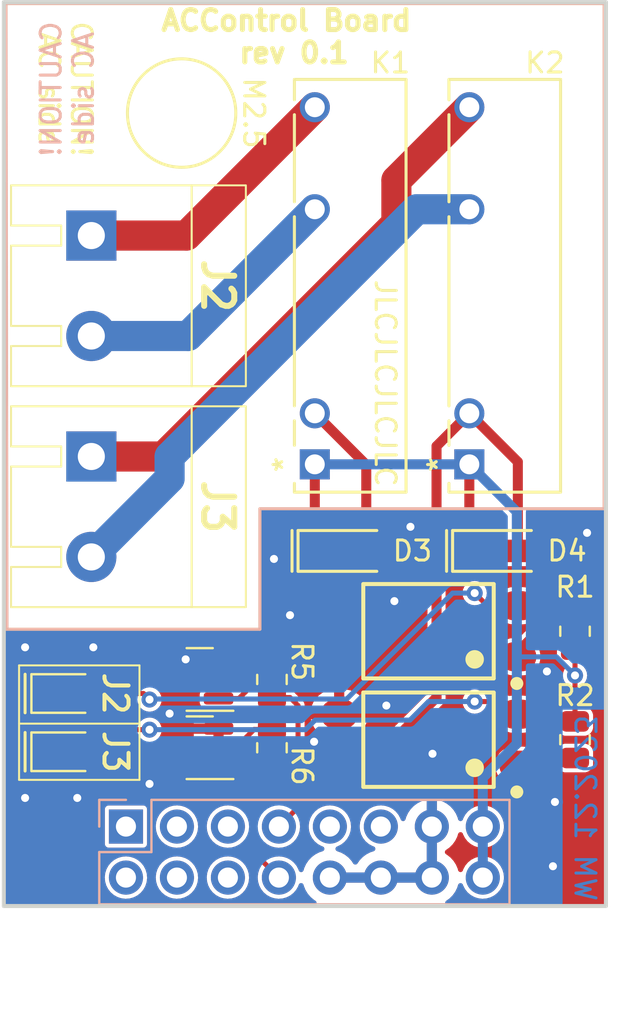
<source format=kicad_pcb>
(kicad_pcb (version 20211014) (generator pcbnew)
  (layers (0 "F.Cu" signal) (31 "B.Cu" signal) (34 "B.Paste" user) (35 "F.Paste" user) (36 "B.SilkS" user "B.Silkscreen") (37 "F.SilkS" user "F.Silkscreen") (38 "B.Mask" user) (39 "F.Mask" user) (44 "Edge.Cuts" user))
  (net 0 "")
  (net 1 "/GPIO13")
  (net 2 "/GPIO12")
  (net 3 "/GPIO5")
  (net 4 "/GPIO4")
  (net 5 "/GPIO15")
  (net 6 "/GPIO14")
  (net 7 "/GPIO3")
  (net 8 "/GPIO2")
  (net 9 "+3V3_ED")
  (net 10 "GND")
  (net 11 "+5V_ED")
  (net 12 "+12V_FILT")
  (net 13 "/AC1")
  (net 14 "/AC2")
  (net 15 "Net-(D1-Pad1)")
  (net 16 "Net-(D2-Pad1)")
  (net 17 "/AC3")
  (net 18 "/AC4")
  (net 19 "Net-(Q1-Pad1)")
  (net 20 "Net-(Q2-Pad1)")
  (net 21 "Net-(U1-Pad4)")
  (net 22 "Net-(U2-Pad4)")
  (net 23 "Net-(U1-Pad1)")
  (net 24 "Net-(U2-Pad1)")
  (net 25 "Net-(U1-Pad2)")
  (net 26 "Net-(U2-Pad2)")
  (footprint "Resistor_SMD:R_0805_2012Metric" (layer "F.Cu") (at 133.5 111.3 90)
    (fp_text reference "R1" (at 2.2 0 180) (layer "F.SilkS"))
    (fp_text value "200R")
    (fp_line (start -0.227064 0.735) (end 0.227064 0.735) (layer "F.SilkS") (width 0.12))
    (fp_line (start -0.227064 -0.735) (end 0.227064 -0.735) (layer "F.SilkS") (width 0.12))
    (pad "1" smd roundrect (at -0.9125 0 90) (size 1.025 1.4) (layers "F.Cu" "F.Paste" "F.Mask") (roundrect_rratio 0.243902439) (net 12 "+12V_FILT"))
    (pad "2" smd roundrect (at 0.9125 0 90) (size 1.025 1.4) (layers "F.Cu" "F.Paste" "F.Mask") (roundrect_rratio 0.243902439) (net 23 "Net-(U1-Pad1)"))
  )
  (footprint "AZ921-1A-5DE:SIP4_AZ921_AMZ" (layer "F.Cu") (at 128.2347 102.99 90)
    (fp_text reference "K2" (at 19.99 3.7653 unlocked) (layer "F.SilkS"))
    (fp_text value "AZ921-1A-12DE")
    (fp_text user "*" (at -0.01 -1.5347 90 unlocked) (layer "F.SilkS"))
    (fp_text user "*" (at -0.01 -1.5347 90) (layer "F.SilkS"))
    (fp_line (start -1.3843 -1.016) (end -1.3843 4.5466) (layer "F.SilkS") (width 0.1524))
    (fp_line (start 19.1643 -1.016) (end 18.152229 -1.016) (layer "F.SilkS") (width 0.1524))
    (fp_line (start 2.167771 -1.016) (end 0.948265 -1.016) (layer "F.SilkS") (width 0.1524))
    (fp_line (start -1.3843 4.5466) (end 19.1643 4.5466) (layer "F.SilkS") (width 0.1524))
    (fp_line (start 17.407771 -1.016) (end 13.072229 -1.016) (layer "F.SilkS") (width 0.1524))
    (fp_line (start 12.327771 -1.016) (end 2.912229 -1.016) (layer "F.SilkS") (width 0.1524))
    (fp_line (start -0.948265 -1.016) (end -1.3843 -1.016) (layer "F.SilkS") (width 0.1524))
    (fp_line (start 19.1643 4.5466) (end 19.1643 -1.016) (layer "F.SilkS") (width 0.1524))
    (pad "1" thru_hole rect (at 0 0 90) (size 1.4986 1.4986) (drill 0.9906) (layers *.Cu *.Mask) (net 12 "+12V_FILT"))
    (pad "2" thru_hole circle (at 2.54 0 90) (size 1.4986 1.4986) (drill 0.9906) (layers *.Cu *.Mask) (net 22 "Net-(U2-Pad4)"))
    (pad "3" thru_hole circle (at 12.7 0 90) (size 1.4986 1.4986) (drill 0.9906) (layers *.Cu *.Mask) (net 18 "/AC4"))
    (pad "4" thru_hole circle (at 17.78 0 90) (size 1.4986 1.4986) (drill 0.9906) (layers *.Cu *.Mask) (net 17 "/AC3"))
  )
  (footprint "Resistor_SMD:R_0805_2012Metric" (layer "F.Cu") (at 133.5 116.7 -90)
    (fp_text reference "R2" (at -2.2 0) (layer "F.SilkS"))
    (fp_text value "200R")
    (fp_line (start -0.227064 0.735) (end 0.227064 0.735) (layer "F.SilkS") (width 0.12))
    (fp_line (start -0.227064 -0.735) (end 0.227064 -0.735) (layer "F.SilkS") (width 0.12))
    (pad "1" smd roundrect (at -0.9125 0 270) (size 1.025 1.4) (layers "F.Cu" "F.Paste" "F.Mask") (roundrect_rratio 0.243902439) (net 12 "+12V_FILT"))
    (pad "2" smd roundrect (at 0.9125 0 270) (size 1.025 1.4) (layers "F.Cu" "F.Paste" "F.Mask") (roundrect_rratio 0.243902439) (net 24 "Net-(U2-Pad1)"))
  )
  (footprint "Package_TO_SOT_SMD:SOT-23" (layer "F.Cu") (at 114.8 113.7 180)
    (fp_text reference "Q1" hide)
    (fp_text value "BC848")
    (fp_line (start 0 1.56) (end 0.65 1.56) (layer "F.SilkS") (width 0.12))
    (fp_line (start 0 -1.56) (end -1.675 -1.56) (layer "F.SilkS") (width 0.12))
    (fp_line (start 0 -1.56) (end 0.65 -1.56) (layer "F.SilkS") (width 0.12))
    (fp_line (start 0 1.56) (end -0.65 1.56) (layer "F.SilkS") (width 0.12))
    (pad "1" smd roundrect (at -0.9375 -0.95 180) (size 1.475 0.6) (layers "F.Cu" "F.Paste" "F.Mask") (net 19 "Net-(Q1-Pad1)"))
    (pad "2" smd roundrect (at -0.9375 0.95 180) (size 1.475 0.6) (layers "F.Cu" "F.Paste" "F.Mask") (net 10 "GND"))
    (pad "3" smd roundrect (at 0.9375 0 180) (size 1.475 0.6) (layers "F.Cu" "F.Paste" "F.Mask") (net 15 "Net-(D1-Pad1)"))
  )
  (footprint "Resistor_SMD:R_0805_2012Metric" (layer "F.Cu") (at 118.4 117.1 90)
    (fp_text reference "R6" (at -0.9 1.5 270 unlocked) (layer "F.SilkS"))
    (fp_text value "1K(1%)")
    (fp_line (start -0.227064 0.735) (end 0.227064 0.735) (layer "F.SilkS") (width 0.12))
    (fp_line (start -0.227064 -0.735) (end 0.227064 -0.735) (layer "F.SilkS") (width 0.12))
    (pad "1" smd roundrect (at -0.9125 0 90) (size 1.025 1.4) (layers "F.Cu" "F.Paste" "F.Mask") (roundrect_rratio 0.243902439) (net 8 "/GPIO2"))
    (pad "2" smd roundrect (at 0.9125 0 90) (size 1.025 1.4) (layers "F.Cu" "F.Paste" "F.Mask") (roundrect_rratio 0.243902439) (net 20 "Net-(Q2-Pad1)"))
  )
  (footprint "LED_SMD:LED_0805_2012Metric" (layer "F.Cu") (at 108.1 117.3)
    (fp_text reference "D2" hide)
    (fp_text value "K2 RED")
    (fp_line (start -1.685 0.96) (end 1 0.96) (layer "F.SilkS") (width 0.12))
    (fp_line (start 1 -0.96) (end -1.685 -0.96) (layer "F.SilkS") (width 0.12))
    (fp_line (start -1.685 -0.96) (end -1.685 0.96) (layer "F.SilkS") (width 0.12))
    (pad "1" smd roundrect (at -0.9375 0) (size 0.975 1.4) (layers "F.Cu" "F.Paste" "F.Mask") (net 16 "Net-(D2-Pad1)"))
    (pad "2" smd roundrect (at 0.9375 0) (size 0.975 1.4) (layers "F.Cu" "F.Paste" "F.Mask") (net 26 "Net-(U2-Pad2)"))
  )
  (footprint "DFLU1200-7:DIODE_DFLU1200_1P93X3_DIO" (layer "F.Cu") (at 129.8 107.3)
    (fp_text reference "D4" (at 3.3 0 unlocked) (layer "F.SilkS"))
    (fp_text value "DFLU1200-7")
    (fp_line (start -2.4 1.016) (end 1.524 1.016) (layer "F.SilkS") (width 0.1524))
    (fp_line (start -2.4 -1.016) (end -2.4 1.016) (layer "F.SilkS") (width 0.1524))
    (fp_line (start 1.524 -1.016) (end -2.4 -1.016) (layer "F.SilkS") (width 0.1524))
    (pad "1" smd rect (at -1.5367 0) (size 1.2446 1.2446) (layers "F.Cu" "F.Paste" "F.Mask") (net 12 "+12V_FILT"))
    (pad "2" smd rect (at 0.8509 0) (size 2.6162 1.1176) (layers "F.Cu" "F.Paste" "F.Mask") (net 22 "Net-(U2-Pad4)"))
    (zone (net 0) (net_name "") (layer "F.Cu") (connect_pads (clearance 0)) (min_thickness 0.254)
      (keepout (tracks not_allowed) (vias not_allowed) (pads allowed) (copperpour not_allowed) (footprints allowed))
      (fill (thermal_gap 0.508) (thermal_bridge_width 0.508))
      (polygon (pts (xy 128.9364 106.4618) (xy 129.292 106.4618) (xy 129.292 108.1382) (xy 128.9364 108.1382)))
    )
  )
  (footprint "LED_SMD:LED_0805_2012Metric" (layer "F.Cu") (at 108.1 114.4)
    (fp_text reference "D1" hide)
    (fp_text value "K1 RED")
    (fp_line (start -1.685 -0.96) (end -1.685 0.96) (layer "F.SilkS") (width 0.12))
    (fp_line (start -1.685 0.96) (end 1 0.96) (layer "F.SilkS") (width 0.12))
    (fp_line (start 1 -0.96) (end -1.685 -0.96) (layer "F.SilkS") (width 0.12))
    (pad "1" smd roundrect (at -0.9375 0) (size 0.975 1.4) (layers "F.Cu" "F.Paste" "F.Mask") (net 15 "Net-(D1-Pad1)"))
    (pad "2" smd roundrect (at 0.9375 0) (size 0.975 1.4) (layers "F.Cu" "F.Paste" "F.Mask") (net 25 "Net-(U1-Pad2)"))
  )
  (footprint "Resistor_SMD:R_0805_2012Metric" (layer "F.Cu") (at 118.4 113.7 90)
    (fp_text reference "R5" (at 0.9 1.5 270 unlocked) (layer "F.SilkS"))
    (fp_text value "1K(1%)")
    (fp_line (start -0.227064 0.735) (end 0.227064 0.735) (layer "F.SilkS") (width 0.12))
    (fp_line (start -0.227064 -0.735) (end 0.227064 -0.735) (layer "F.SilkS") (width 0.12))
    (pad "1" smd roundrect (at -0.9125 0 90) (size 1.025 1.4) (layers "F.Cu" "F.Paste" "F.Mask") (roundrect_rratio 0.243902439) (net 7 "/GPIO3"))
    (pad "2" smd roundrect (at 0.9125 0 90) (size 1.025 1.4) (layers "F.Cu" "F.Paste" "F.Mask") (roundrect_rratio 0.243902439) (net 19 "Net-(Q1-Pad1)"))
  )
  (footprint "DG300-5.0-2P:DG300-5.0-2P" (layer "F.Cu") (at 109.4 105.1 -90)
    (fp_text reference "J3" (at 0 -6.3 -90 unlocked) (layer "F.SilkS") (effects (font (size 1.5 1.5) (thickness 0.3))))
    (fp_text value "DG300-5.0-02P13")
    (fp_line (start 3 4) (end 5 4) (layer "F.SilkS") (width 0.1))
    (fp_line (start 2 4) (end 2 1.5) (layer "F.SilkS") (width 0.1))
    (fp_line (start -3 4) (end -3 1.5) (layer "F.SilkS") (width 0.1))
    (fp_line (start 3 1.5) (end 3 4) (layer "F.SilkS") (width 0.1))
    (fp_line (start -2 1.5) (end -2 4) (layer "F.SilkS") (width 0.1))
    (fp_line (start -5 4) (end -5 -5) (layer "F.SilkS") (width 0.1))
    (fp_line (start -3 4) (end -5 4) (layer "F.SilkS") (width 0.1))
    (fp_line (start -3 1.5) (end -2 1.5) (layer "F.SilkS") (width 0.1))
    (fp_line (start -5 -5) (end 5 -5) (layer "F.SilkS") (width 0.1))
    (fp_line (start -2 4) (end 2 4) (layer "F.SilkS") (width 0.1))
    (fp_line (start 5 -5) (end 5 4) (layer "F.SilkS") (width 0.1))
    (fp_line (start 2 1.5) (end 3 1.5) (layer "F.SilkS") (width 0.1))
    (pad "1" thru_hole rect (at -2.5 0 270) (size 2.5 2.5) (drill 1.35) (layers *.Cu *.Mask) (net 17 "/AC3"))
    (pad "2" thru_hole circle (at 2.5 0 270) (size 2.5 2.5) (drill 1.35) (layers *.Cu *.Mask) (net 18 "/AC4"))
  )
  (footprint "AZ921-1A-5DE:SIP4_AZ921_AMZ" (layer "F.Cu") (at 120.5347 102.99 90)
    (fp_text reference "K1" (at 19.99 3.7653 unlocked) (layer "F.SilkS"))
    (fp_text value "AZ921-1A-12DE")
    (fp_text user "*" (at -0.01 -1.5347 90) (layer "F.SilkS"))
    (fp_text user "*" (at -0.01 -1.5347 90 unlocked) (layer "F.SilkS"))
    (fp_line (start 2.167771 -1.016) (end 0.948265 -1.016) (layer "F.SilkS") (width 0.1524))
    (fp_line (start -1.3843 4.5466) (end 19.1643 4.5466) (layer "F.SilkS") (width 0.1524))
    (fp_line (start 19.1643 -1.016) (end 18.152229 -1.016) (layer "F.SilkS") (width 0.1524))
    (fp_line (start 12.327771 -1.016) (end 2.912229 -1.016) (layer "F.SilkS") (width 0.1524))
    (fp_line (start -0.948265 -1.016) (end -1.3843 -1.016) (layer "F.SilkS") (width 0.1524))
    (fp_line (start 19.1643 4.5466) (end 19.1643 -1.016) (layer "F.SilkS") (width 0.1524))
    (fp_line (start 17.407771 -1.016) (end 13.072229 -1.016) (layer "F.SilkS") (width 0.1524))
    (fp_line (start -1.3843 -1.016) (end -1.3843 4.5466) (layer "F.SilkS") (width 0.1524))
    (pad "1" thru_hole rect (at 0 0 90) (size 1.4986 1.4986) (drill 0.9906) (layers *.Cu *.Mask) (net 12 "+12V_FILT"))
    (pad "2" thru_hole circle (at 2.54 0 90) (size 1.4986 1.4986) (drill 0.9906) (layers *.Cu *.Mask) (net 21 "Net-(U1-Pad4)"))
    (pad "3" thru_hole circle (at 12.7 0 90) (size 1.4986 1.4986) (drill 0.9906) (layers *.Cu *.Mask) (net 14 "/AC2"))
    (pad "4" thru_hole circle (at 17.78 0 90) (size 1.4986 1.4986) (drill 0.9906) (layers *.Cu *.Mask) (net 13 "/AC1"))
  )
  (footprint "DG300-5.0-2P:DG300-5.0-2P" (layer "F.Cu") (at 109.4 94.1 -90)
    (fp_text reference "J2" (at 0 -6.3 -90 unlocked) (layer "F.SilkS") (effects (font (size 1.5 1.5) (thickness 0.3))))
    (fp_text value "DG300-5.0-02P13")
    (fp_line (start -2 4) (end 2 4) (layer "F.SilkS") (width 0.1))
    (fp_line (start 2 1.5) (end 3 1.5) (layer "F.SilkS") (width 0.1))
    (fp_line (start 2 4) (end 2 1.5) (layer "F.SilkS") (width 0.1))
    (fp_line (start 3 1.5) (end 3 4) (layer "F.SilkS") (width 0.1))
    (fp_line (start 5 -5) (end 5 4) (layer "F.SilkS") (width 0.1))
    (fp_line (start 3 4) (end 5 4) (layer "F.SilkS") (width 0.1))
    (fp_line (start -3 1.5) (end -2 1.5) (layer "F.SilkS") (width 0.1))
    (fp_line (start -5 -5) (end 5 -5) (layer "F.SilkS") (width 0.1))
    (fp_line (start -5 4) (end -5 -5) (layer "F.SilkS") (width 0.1))
    (fp_line (start -2 1.5) (end -2 4) (layer "F.SilkS") (width 0.1))
    (fp_line (start -3 4) (end -5 4) (layer "F.SilkS") (width 0.1))
    (fp_line (start -3 4) (end -3 1.5) (layer "F.SilkS") (width 0.1))
    (pad "1" thru_hole rect (at -2.5 0 270) (size 2.5 2.5) (drill 1.35) (layers *.Cu *.Mask) (net 13 "/AC1"))
    (pad "2" thru_hole circle (at 2.5 0 270) (size 2.5 2.5) (drill 1.35) (layers *.Cu *.Mask) (net 14 "/AC2"))
  )
  (footprint "Package_TO_SOT_SMD:SOT-23" (layer "F.Cu") (at 114.8 117.1 180)
    (fp_text reference "Q2" hide)
    (fp_text value "BC848")
    (fp_line (start 0 -1.56) (end 0.65 -1.56) (layer "F.SilkS") (width 0.12))
    (fp_line (start 0 1.56) (end -0.65 1.56) (layer "F.SilkS") (width 0.12))
    (fp_line (start 0 1.56) (end 0.65 1.56) (layer "F.SilkS") (width 0.12))
    (fp_line (start 0 -1.56) (end -1.675 -1.56) (layer "F.SilkS") (width 0.12))
    (pad "1" smd roundrect (at -0.9375 -0.95 180) (size 1.475 0.6) (layers "F.Cu" "F.Paste" "F.Mask") (net 20 "Net-(Q2-Pad1)"))
    (pad "2" smd roundrect (at -0.9375 0.95 180) (size 1.475 0.6) (layers "F.Cu" "F.Paste" "F.Mask") (net 10 "GND"))
    (pad "3" smd roundrect (at 0.9375 0 180) (size 1.475 0.6) (layers "F.Cu" "F.Paste" "F.Mask") (net 16 "Net-(D2-Pad1)"))
  )
  (footprint "SFH6156-1T:SFH6156-1T" (layer "F.Cu") (at 126.2 111.3 180)
    (fp_text reference "U1" hide)
    (fp_text value "SFH6156-1T")
    (fp_line (start 3.25 -2.35) (end 3.25 2.35) (layer "F.SilkS") (width 0.2))
    (fp_line (start 3.25 2.35) (end -3.25 2.35) (layer "F.SilkS") (width 0.2))
    (fp_line (start -3.25 -2.35) (end 3.25 -2.35) (layer "F.SilkS") (width 0.2))
    (fp_line (start -3.25 2.35) (end -3.25 -2.35) (layer "F.SilkS") (width 0.2))
    (fp_circle (center -2.3 -1.4) (end -1.939447 -1.4) (layer "F.SilkS") (width 0.2) (fill none))
    (fp_circle (center -4.4 -2.6) (end -4.176394 -2.6) (layer "F.SilkS") (width 0.2) (fill none))
    (fp_poly (pts (xy -2.60626 -1.7) (xy -2 -1.7) (xy -2 -1.10264) (xy -2.60626 -1.10264)) (layer "F.SilkS") (width 0.01) (fill solid))
    (fp_poly (pts (xy -4.61318 -2.8) (xy -4.2 -2.8) (xy -4.2 -2.40687) (xy -4.61318 -2.40687)) (layer "F.SilkS") (width 0.01) (fill solid))
    (pad "1" smd oval (at -4.45 -1.27 180) (size 1.85 1.45) (layers "F.Cu" "F.Paste" "F.Mask") (net 23 "Net-(U1-Pad1)"))
    (pad "2" smd oval (at -4.45 1.27 180) (size 1.85 1.45) (layers "F.Cu" "F.Paste" "F.Mask") (net 25 "Net-(U1-Pad2)"))
    (pad "3" smd oval (at 4.45 1.27 180) (size 1.85 1.45) (layers "F.Cu" "F.Paste" "F.Mask") (net 10 "GND"))
    (pad "4" smd oval (at 4.45 -1.27 180) (size 1.85 1.45) (layers "F.Cu" "F.Paste" "F.Mask") (net 21 "Net-(U1-Pad4)"))
  )
  (footprint "MountingHole:MountingHole_2.7mm_M2.5" (layer "F.Cu") (at 113.9 85.5)
    (fp_text reference "H1" hide)
    (fp_text value "MountingHole")
    (pad "" np_thru_hole circle locked (at 0 0) (size 2.7 2.7) (drill 2.7) (layers *.Cu *.Mask))
  )
  (footprint "SFH6156-1T:SFH6156-1T" (layer "F.Cu") (at 126.2 116.7 180)
    (fp_text reference "U2" hide)
    (fp_text value "SFH6156-1T")
    (fp_line (start 3.25 2.35) (end -3.25 2.35) (layer "F.SilkS") (width 0.2))
    (fp_line (start -3.25 2.35) (end -3.25 -2.35) (layer "F.SilkS") (width 0.2))
    (fp_line (start -3.25 -2.35) (end 3.25 -2.35) (layer "F.SilkS") (width 0.2))
    (fp_line (start 3.25 -2.35) (end 3.25 2.35) (layer "F.SilkS") (width 0.2))
    (fp_circle (center -4.4 -2.6) (end -4.176394 -2.6) (layer "F.SilkS") (width 0.2) (fill none))
    (fp_circle (center -2.3 -1.4) (end -1.939447 -1.4) (layer "F.SilkS") (width 0.2) (fill none))
    (fp_poly (pts (xy -2.60626 -1.7) (xy -2 -1.7) (xy -2 -1.10264) (xy -2.60626 -1.10264)) (layer "F.SilkS") (width 0.01) (fill solid))
    (fp_poly (pts (xy -4.61318 -2.8) (xy -4.2 -2.8) (xy -4.2 -2.40687) (xy -4.61318 -2.40687)) (layer "F.SilkS") (width 0.01) (fill solid))
    (pad "1" smd oval (at -4.45 -1.27 180) (size 1.85 1.45) (layers "F.Cu" "F.Paste" "F.Mask") (net 24 "Net-(U2-Pad1)"))
    (pad "2" smd oval (at -4.45 1.27 180) (size 1.85 1.45) (layers "F.Cu" "F.Paste" "F.Mask") (net 26 "Net-(U2-Pad2)"))
    (pad "3" smd oval (at 4.45 1.27 180) (size 1.85 1.45) (layers "F.Cu" "F.Paste" "F.Mask") (net 10 "GND"))
    (pad "4" smd oval (at 4.45 -1.27 180) (size 1.85 1.45) (layers "F.Cu" "F.Paste" "F.Mask") (net 22 "Net-(U2-Pad4)"))
  )
  (footprint "DFLU1200-7:DIODE_DFLU1200_1P93X3_DIO" (layer "F.Cu") (at 122.1 107.3)
    (fp_text reference "D3" (at 3.3 0 unlocked) (layer "F.SilkS"))
    (fp_text value "DFLU1200-7")
    (fp_line (start -2.4 -1.016) (end -2.4 1.016) (layer "F.SilkS") (width 0.1524))
    (fp_line (start -2.4 1.016) (end 1.524 1.016) (layer "F.SilkS") (width 0.1524))
    (fp_line (start 1.524 -1.016) (end -2.4 -1.016) (layer "F.SilkS") (width 0.1524))
    (pad "1" smd rect (at -1.5367 0) (size 1.2446 1.2446) (layers "F.Cu" "F.Paste" "F.Mask") (net 12 "+12V_FILT"))
    (pad "2" smd rect (at 0.8509 0) (size 2.6162 1.1176) (layers "F.Cu" "F.Paste" "F.Mask") (net 21 "Net-(U1-Pad4)"))
    (zone (net 0) (net_name "") (layer "F.Cu") (connect_pads (clearance 0)) (min_thickness 0.254)
      (keepout (tracks not_allowed) (vias not_allowed) (pads allowed) (copperpour not_allowed) (footprints allowed))
      (fill (thermal_gap 0.508) (thermal_bridge_width 0.508))
      (polygon (pts (xy 121.2364 106.4618) (xy 121.592 106.4618) (xy 121.592 108.1382) (xy 121.2364 108.1382)))
    )
  )
  (footprint "Connector_PinHeader_2.54mm:PinHeader_2x08_P2.54mm_Vertical" (layer "B.Cu") (at 111.125 121.025 -90)
    (fp_text reference "J1" hide)
    (fp_text value "Conn_02x08_Odd_Even")
    (fp_line (start -1.33 0) (end -1.33 1.33) (layer "B.SilkS") (width 0.12))
    (fp_line (start -1.33 1.33) (end 0 1.33) (layer "B.SilkS") (width 0.12))
    (fp_line (start -1.33 -1.27) (end 1.27 -1.27) (layer "B.SilkS") (width 0.12))
    (fp_line (start -1.33 -19.11) (end 3.87 -19.11) (layer "B.SilkS") (width 0.12))
    (fp_line (start 1.27 -1.27) (end 1.27 1.33) (layer "B.SilkS") (width 0.12))
    (fp_line (start 1.27 1.33) (end 3.87 1.33) (layer "B.SilkS") (width 0.12))
    (fp_line (start -1.33 -1.27) (end -1.33 -19.11) (layer "B.SilkS") (width 0.12))
    (fp_line (start 3.87 1.33) (end 3.87 -19.11) (layer "B.SilkS") (width 0.12))
    (pad "1" thru_hole rect locked (at 0 0 270) (size 1.7 1.7) (drill 1) (layers *.Cu *.Mask) (net 1 "/GPIO13"))
    (pad "2" thru_hole oval locked (at 2.54 0 270) (size 1.7 1.7) (drill 1) (layers *.Cu *.Mask) (net 2 "/GPIO12"))
    (pad "3" thru_hole oval locked (at 0 -2.54 270) (size 1.7 1.7) (drill 1) (layers *.Cu *.Mask) (net 3 "/GPIO5"))
    (pad "4" thru_hole oval locked (at 2.54 -2.54 270) (size 1.7 1.7) (drill 1) (layers *.Cu *.Mask) (net 4 "/GPIO4"))
    (pad "5" thru_hole oval locked (at 0 -5.08 270) (size 1.7 1.7) (drill 1) (layers *.Cu *.Mask) (net 5 "/GPIO15"))
    (pad "6" thru_hole oval locked (at 2.54 -5.08 270) (size 1.7 1.7) (drill 1) (layers *.Cu *.Mask) (net 6 "/GPIO14"))
    (pad "7" thru_hole oval locked (at 0 -7.62 270) (size 1.7 1.7) (drill 1) (layers *.Cu *.Mask) (net 7 "/GPIO3"))
    (pad "8" thru_hole oval locked (at 2.54 -7.62 270) (size 1.7 1.7) (drill 1) (layers *.Cu *.Mask) (net 8 "/GPIO2"))
    (pad "9" thru_hole oval locked (at 0 -10.16 270) (size 1.7 1.7) (drill 1) (layers *.Cu *.Mask) (net 9 "+3V3_ED"))
    (pad "10" thru_hole oval locked (at 2.54 -10.16 270) (size 1.7 1.7) (drill 1) (layers *.Cu *.Mask) (net 10 "GND"))
    (pad "11" thru_hole oval locked (at 0 -12.7 270) (size 1.7 1.7) (drill 1) (layers *.Cu *.Mask) (net 11 "+5V_ED"))
    (pad "12" thru_hole oval locked (at 2.54 -12.7 270) (size 1.7 1.7) (drill 1) (layers *.Cu *.Mask) (net 10 "GND"))
    (pad "13" thru_hole oval locked (at 0 -15.24 270) (size 1.7 1.7) (drill 1) (layers *.Cu *.Mask) (net 10 "GND"))
    (pad "14" thru_hole oval locked (at 2.54 -15.24 270) (size 1.7 1.7) (drill 1) (layers *.Cu *.Mask) (net 10 "GND"))
    (pad "15" thru_hole oval locked (at 0 -17.78 270) (size 1.7 1.7) (drill 1) (layers *.Cu *.Mask) (net 12 "+12V_FILT"))
    (pad "16" thru_hole oval locked (at 2.54 -17.78 270) (size 1.7 1.7) (drill 1) (layers *.Cu *.Mask) (net 12 "+12V_FILT"))
  )
  (gr_line (start 117.8 111.2) (end 117.8 105.2) (layer "B.SilkS") (width 0.15))
  (gr_line (start 105.2 111.2) (end 105.15 80.05) (layer "B.SilkS") (width 0.15))
  (gr_line (start 134.95 80.05) (end 134.95 105.2) (layer "B.SilkS") (width 0.15))
  (gr_line (start 105.1 111.2) (end 117.8 111.2) (layer "B.SilkS") (width 0.15))
  (gr_line (start 134.95 105.2) (end 117.8 105.2) (layer "B.SilkS") (width 0.15))
  (gr_line (start 105.15 80.05) (end 134.95 80.05) (layer "B.SilkS") (width 0.15))
  (gr_line (start 105.8 118.7) (end 111.8 118.7) (layer "F.SilkS") (width 0.1))
  (gr_rect (start 114.4 89.1) (end 117.1 99.1) (layer "F.SilkS") (width 0.1) (fill none))
  (gr_rect (start 114.4 100.1) (end 117.1 110.1) (layer "F.SilkS") (width 0.1) (fill none))
  (gr_line (start 117.8 105.2) (end 117.8 111.2) (layer "F.SilkS") (width 0.15))
  (gr_line (start 111.8 113) (end 105.8 113) (layer "F.SilkS") (width 0.1))
  (gr_line (start 105.8 113) (end 105.8 118.7) (layer "F.SilkS") (width 0.1))
  (gr_line (start 117.8 105.2) (end 134.95 105.2) (layer "F.SilkS") (width 0.15))
  (gr_line (start 105.8 115.9) (end 111.8 115.9) (layer "F.SilkS") (width 0.1))
  (gr_circle (center 113.9 85.5) (end 116.6 85.5) (layer "F.SilkS") (width 0.15) (fill none))
  (gr_line (start 105.15 80.05) (end 105.1 111.2) (layer "F.SilkS") (width 0.15))
  (gr_line (start 106.1 113.44) (end 106.1 115.36) (layer "F.SilkS") (width 0.15))
  (gr_line (start 119.4 106.284) (end 119.4 108.316) (layer "F.SilkS") (width 0.15))
  (gr_line (start 111.8 118.7) (end 111.8 113) (layer "F.SilkS") (width 0.1))
  (gr_line (start 106.1 116.34) (end 106.1 118.26) (layer "F.SilkS") (width 0.15))
  (gr_line (start 134.95 80.05) (end 105.15 80.05) (layer "F.SilkS") (width 0.15))
  (gr_line (start 117.8 111.2) (end 105.1 111.2) (layer "F.SilkS") (width 0.15))
  (gr_line (start 127.1 106.284) (end 127.1 108.316) (layer "F.SilkS") (width 0.15))
  (gr_line (start 134.95 105.2) (end 134.95 80.05) (layer "F.SilkS") (width 0.15))
  (gr_line (start 105.04 79.980197) (end 135.04 79.980197) (layer "Edge.Cuts") (width 0.2))
  (gr_line (start 135.04 79.980197) (end 135.04 124.980197) (layer "Edge.Cuts") (width 0.2))
  (gr_line (start 105.04 124.980197) (end 105.04 79.980197) (layer "Edge.Cuts") (width 0.2))
  (gr_line (start 135.04 124.980197) (end 105.04 124.980197) (layer "Edge.Cuts") (width 0.2))
  (gr_text "WM 12.2023" (at 134 120.1 -90) (layer "B.Cu") (effects (font (size 1 1)) (justify mirror)))
  (gr_text "CAUTION!\nAC side" (at 108.2 84.3 -270) (layer "B.SilkS") (effects (font (size 1 1)) (justify mirror)))
  (gr_text "M2.5" (at 117.5 85.5 270) (layer "F.SilkS") (effects (font (size 1 1))))
  (gr_text "JLCJLCJLCJLC" (at 124.05 98.95 270) (layer "F.SilkS") (effects (font (size 1 1))))
  (gr_text "J3" (at 110.6 117.3 270) (layer "F.SilkS") (effects (font (size 1.2 1.2) (thickness 0.2))))
  (gr_text "J2" (at 110.6 114.4 270) (layer "F.SilkS") (effects (font (size 1.2 1.2) (thickness 0.2))))
  (gr_text "ACControl Board \nrev 0.1" (at 119.5 81.7) (layer "F.SilkS") (effects (font (size 1 1) (thickness 0.25))))
  (gr_text "CAUTION!\nAC side" (at 108.1 84.3 270) (layer "F.SilkS") (effects (font (size 1 1))))
  (segment (start 118.4 114.6125) (end 118.4125 114.6) (width 0.25) (layer "F.Cu") (net 7))
  (segment (start 118.4125 114.6) (end 119.3 114.6) (width 0.25) (layer "F.Cu") (net 7))
  (segment (start 119.3 114.6) (end 119.7 115) (width 0.25) (layer "F.Cu") (net 7))
  (segment (start 119.7 120.07) (end 118.745 121.025) (width 0.25) (layer "F.Cu") (net 7))
  (segment (start 119.7 115) (end 119.7 120.07) (width 0.25) (layer "F.Cu") (net 7))
  (segment (start 118.4 118.8) (end 117.5 119.7) (width 0.25) (layer "F.Cu") (net 8))
  (segment (start 118.4 118.0125) (end 118.4 118.8) (width 0.25) (layer "F.Cu") (net 8))
  (segment (start 117.5 119.7) (end 117.5 122.32) (width 0.25) (layer "F.Cu") (net 8))
  (segment (start 117.5 122.32) (end 118.745 123.565) (width 0.25) (layer "F.Cu") (net 8))
  (segment (start 114 116.1) (end 115.6875 116.1) (width 0.25) (layer "F.Cu") (net 10))
  (segment (start 113.3 115.4) (end 114 116.1) (width 0.25) (layer "F.Cu") (net 10))
  (segment (start 115.6875 116.1) (end 115.7375 116.15) (width 0.25) (layer "F.Cu") (net 10))
  (via (at 106.1 119.6) (size 0.8) (drill 0.4) (layers "F.Cu" "B.Cu") (net 10))
  (via (at 132.5 119.8) (size 0.8) (drill 0.4) (layers "F.Cu" "B.Cu") (net 10))
  (via (at 119.3 110.5) (size 0.8) (drill 0.4) (layers "F.Cu" "B.Cu") (net 10))
  (via (at 125.3 106.1) (size 0.8) (drill 0.4) (layers "F.Cu" "B.Cu") (net 10))
  (via (at 124.5 109.8) (size 0.8) (drill 0.4) (layers "F.Cu" "B.Cu") (net 10))
  (via (at 114.1 112.7) (size 0.8) (drill 0.4) (layers "F.Cu" "B.Cu") (net 10))
  (via (at 109.5 112.1) (size 0.8) (drill 0.4) (layers "F.Cu" "B.Cu") (net 10))
  (via (at 120.5 116.8) (size 0.8) (drill 0.4) (layers "F.Cu" "B.Cu") (net 10))
  (via (at 134.1 106.4) (size 0.8) (drill 0.4) (layers "F.Cu" "B.Cu") (net 10))
  (via (at 118.5 107.7) (size 0.8) (drill 0.4) (layers "F.Cu" "B.Cu") (net 10))
  (via (at 132.4 123) (size 0.8) (drill 0.4) (layers "F.Cu" "B.Cu") (net 10))
  (via (at 113.3 115.4) (size 0.8) (drill 0.4) (layers "F.Cu" "B.Cu") (net 10))
  (via (at 132.1 113.3) (size 0.8) (drill 0.4) (layers "F.Cu" "B.Cu") (net 10))
  (via (at 126.4 117.4) (size 0.8) (drill 0.4) (layers "F.Cu" "B.Cu") (net 10))
  (via (at 124.1 115) (size 0.8) (drill 0.4) (layers "F.Cu" "B.Cu") (net 10))
  (via (at 112.3 118.9) (size 0.8) (drill 0.4) (layers "F.Cu" "B.Cu") (net 10))
  (via (at 108.7 119.6) (size 0.8) (drill 0.4) (layers "F.Cu" "B.Cu") (net 10))
  (via (at 106.1 112.1) (size 0.8) (drill 0.4) (layers "F.Cu" "B.Cu") (net 10))
  (segment (start 133.5 113.5) (end 133.5 115.7875) (width 0.25) (layer "F.Cu") (net 12))
  (segment (start 128.2347 102.99) (end 128.2347 107.2714) (width 0.5) (layer "F.Cu") (net 12))
  (segment (start 120.5347 107.2714) (end 120.5633 107.3) (width 0.5) (layer "F.Cu") (net 12))
  (segment (start 120.5347 102.99) (end 120.5347 107.2714) (width 0.5) (layer "F.Cu") (net 12))
  (segment (start 128.2347 107.2714) (end 128.2633 107.3) (width 0.5) (layer "F.Cu") (net 12))
  (segment (start 133.5 112.2125) (end 133.5 113.5) (width 0.25) (layer "F.Cu") (net 12))
  (via (at 133.5 113.5) (size 0.8) (drill 0.4) (layers "F.Cu" "B.Cu") (net 12))
  (segment (start 128.9 118.8) (end 128.905 118.805) (width 0.5) (layer "B.Cu") (net 12))
  (segment (start 130.6 112.6) (end 130.6 116.9) (width 0.5) (layer "B.Cu") (net 12))
  (segment (start 132.575 112.575) (end 130.625 112.575) (width 0.25) (layer "B.Cu") (net 12))
  (segment (start 130.6 116.9) (end 128.9 118.6) (width 0.5) (layer "B.Cu") (net 12))
  (segment (start 120.5347 102.99) (end 128.2347 102.99) (width 0.5) (layer "B.Cu") (net 12))
  (segment (start 130.6 105.3553) (end 130.6 112.6) (width 0.5) (layer "B.Cu") (net 12))
  (segment (start 128.905 121.025) (end 128.905 123.565) (width 0.5) (layer "B.Cu") (net 12))
  (segment (start 128.9 118.6) (end 128.9 118.8) (width 0.5) (layer "B.Cu") (net 12))
  (segment (start 130.625 112.575) (end 130.6 112.6) (width 0.25) (layer "B.Cu") (net 12))
  (segment (start 128.905 118.805) (end 128.905 121.025) (width 0.5) (layer "B.Cu") (net 12))
  (segment (start 133.5 113.5) (end 132.575 112.575) (width 0.25) (layer "B.Cu") (net 12))
  (segment (start 128.2347 102.99) (end 130.6 105.3553) (width 0.5) (layer "B.Cu") (net 12))
  (segment (start 114.1447 91.6) (end 109.4 91.6) (width 1.5) (layer "F.Cu") (net 13))
  (segment (start 120.5347 85.21) (end 114.1447 91.6) (width 1.5) (layer "F.Cu") (net 13))
  (segment (start 109.4 96.6) (end 114.2247 96.6) (width 1.5) (layer "B.Cu") (net 14))
  (segment (start 114.2247 96.6) (end 120.5347 90.29) (width 1.5) (layer "B.Cu") (net 14))
  (segment (start 108.1875 113.375) (end 107.1625 114.4) (width 0.25) (layer "F.Cu") (net 15))
  (segment (start 113.8625 113.7) (end 109.9 113.7) (width 0.25) (layer "F.Cu") (net 15))
  (segment (start 109.575 113.375) (end 108.1875 113.375) (width 0.25) (layer "F.Cu") (net 15))
  (segment (start 109.9 113.7) (end 109.575 113.375) (width 0.25) (layer "F.Cu") (net 15))
  (segment (start 110.9 117.1) (end 113.8625 117.1) (width 0.25) (layer "F.Cu") (net 16))
  (segment (start 108.1875 118.325) (end 109.675 118.325) (width 0.25) (layer "F.Cu") (net 16))
  (segment (start 109.675 118.325) (end 110.9 117.1) (width 0.25) (layer "F.Cu") (net 16))
  (segment (start 107.1625 117.3) (end 108.1875 118.325) (width 0.25) (layer "F.Cu") (net 16))
  (segment (start 124.6 91) (end 113 102.6) (width 1.5) (layer "F.Cu") (net 17))
  (segment (start 124.6 88.8447) (end 124.6 91) (width 1.5) (layer "F.Cu") (net 17))
  (segment (start 128.2347 85.21) (end 124.6 88.8447) (width 1.5) (layer "F.Cu") (net 17))
  (segment (start 113 102.6) (end 109.4 102.6) (width 1.5) (layer "F.Cu") (net 17))
  (segment (start 125.61 90.29) (end 113.3 102.6) (width 1.5) (layer "B.Cu") (net 18))
  (segment (start 113.3 102.6) (end 113.3 103.7) (width 1.5) (layer "B.Cu") (net 18))
  (segment (start 128.2347 90.29) (end 125.61 90.29) (width 1.5) (layer "B.Cu") (net 18))
  (segment (start 113.3 103.7) (end 109.4 107.6) (width 1.5) (layer "B.Cu") (net 18))
  (segment (start 117.1 114.3) (end 117.1 113.1) (width 0.25) (layer "F.Cu") (net 19))
  (segment (start 117.1 113.1) (end 117.4125 112.7875) (width 0.25) (layer "F.Cu") (net 19))
  (segment (start 117.4125 112.7875) (end 118.4 112.7875) (width 0.25) (layer "F.Cu") (net 19))
  (segment (start 116.75 114.65) (end 117.1 114.3) (width 0.25) (layer "F.Cu") (net 19))
  (segment (start 115.7375 114.65) (end 116.75 114.65) (width 0.25) (layer "F.Cu") (net 19))
  (segment (start 117.1 116.6) (end 117.5125 116.1875) (width 0.25) (layer "F.Cu") (net 20))
  (segment (start 117.1 117.7) (end 117.1 116.6) (width 0.25) (layer "F.Cu") (net 20))
  (segment (start 117.5125 116.1875) (end 118.4 116.1875) (width 0.25) (layer "F.Cu") (net 20))
  (segment (start 116.75 118.05) (end 117.1 117.7) (width 0.25) (layer "F.Cu") (net 20))
  (segment (start 115.7375 118.05) (end 116.75 118.05) (width 0.25) (layer "F.Cu") (net 20))
  (segment (start 122.9509 107.3) (end 123.125 107.4741) (width 0.5) (layer "F.Cu") (net 21))
  (segment (start 123.125 111.195) (end 121.75 112.57) (width 0.5) (layer "F.Cu") (net 21))
  (segment (start 123.1 107.1509) (end 122.9509 107.3) (width 0.5) (layer "F.Cu") (net 21))
  (segment (start 120.5347 100.45) (end 123.1 103.0153) (width 0.5) (layer "F.Cu") (net 21))
  (segment (start 123.1 103.0153) (end 123.1 107.1509) (width 0.5) (layer "F.Cu") (net 21))
  (segment (start 123.125 107.4741) (end 123.125 111.195) (width 0.5) (layer "F.Cu") (net 21))
  (segment (start 128.2347 100.45) (end 126.6 102.0847) (width 0.5) (layer "F.Cu") (net 22))
  (segment (start 123.23 117.97) (end 121.75 117.97) (width 0.5) (layer "F.Cu") (net 22))
  (segment (start 130.6509 102.8662) (end 130.6509 107.3) (width 0.5) (layer "F.Cu") (net 22))
  (segment (start 126.6 114.6) (end 123.23 117.97) (width 0.5) (layer "F.Cu") (net 22))
  (segment (start 126.6 102.0847) (end 126.6 114.6) (width 0.5) (layer "F.Cu") (net 22))
  (segment (start 128.2347 100.45) (end 130.6509 102.8662) (width 0.5) (layer "F.Cu") (net 22))
  (segment (start 130.65 112.57) (end 130.65 112.15) (width 0.25) (layer "F.Cu") (net 23))
  (segment (start 130.65 112.15) (end 132.4125 110.3875) (width 0.25) (layer "F.Cu") (net 23))
  (segment (start 132.4125 110.3875) (end 133.5 110.3875) (width 0.25) (layer "F.Cu") (net 23))
  (segment (start 130.65 117.97) (end 131.0075 117.6125) (width 0.25) (layer "F.Cu") (net 24))
  (segment (start 131.0075 117.6125) (end 133.5 117.6125) (width 0.25) (layer "F.Cu") (net 24))
  (segment (start 128.5 109.4) (end 129.13 110.03) (width 0.25) (layer "F.Cu") (net 25))
  (segment (start 130 109.77) (end 130.65 109.77) (width 0.25) (layer "F.Cu") (net 25))
  (segment (start 129.13 110.03) (end 130.65 110.03) (width 0.25) (layer "F.Cu") (net 25))
  (segment (start 109.0375 114.4) (end 112 114.4) (width 0.25) (layer "F.Cu") (net 25))
  (segment (start 112 114.4) (end 112.3 114.7) (width 0.25) (layer "F.Cu") (net 25))
  (via (at 128.5 109.4) (size 0.8) (drill 0.4) (layers "F.Cu" "B.Cu") (net 25))
  (via (at 112.3 114.7) (size 0.8) (drill 0.4) (layers "F.Cu" "B.Cu") (net 25))
  (segment (start 122.125 114.675) (end 127.4 109.4) (width 0.25) (layer "B.Cu") (net 25))
  (segment (start 112.3 114.7) (end 112.325 114.675) (width 0.25) (layer "B.Cu") (net 25))
  (segment (start 112.325 114.675) (end 122.125 114.675) (width 0.25) (layer "B.Cu") (net 25))
  (segment (start 127.4 109.4) (end 128.5 109.4) (width 0.25) (layer "B.Cu") (net 25))
  (segment (start 109.6 117.3) (end 110.2 116.7) (width 0.25) (layer "F.Cu") (net 26))
  (segment (start 110.2 116.7) (end 110.7 116.2) (width 0.25) (layer "F.Cu") (net 26))
  (segment (start 130.02 114.8) (end 130.65 115.43) (width 0.25) (layer "F.Cu") (net 26))
  (segment (start 110.7 116.2) (end 112.3 116.2) (width 0.25) (layer "F.Cu") (net 26))
  (segment (start 128.5 114.8) (end 130.02 114.8) (width 0.25) (layer "F.Cu") (net 26))
  (segment (start 109.0375 117.3) (end 109.6 117.3) (width 0.25) (layer "F.Cu") (net 26))
  (via (at 112.3 116.2) (size 0.8) (drill 0.4) (layers "F.Cu" "B.Cu") (net 26))
  (via (at 128.5 114.8) (size 0.8) (drill 0.4) (layers "F.Cu" "B.Cu") (net 26))
  (segment (start 120.074695 116.2) (end 120.549695 115.725) (width 0.25) (layer "B.Cu") (net 26))
  (segment (start 125.275 115.725) (end 126.2 114.8) (width 0.25) (layer "B.Cu") (net 26))
  (segment (start 112.3 116.2) (end 120.074695 116.2) (width 0.25) (layer "B.Cu") (net 26))
  (segment (start 120.549695 115.725) (end 125.275 115.725) (width 0.25) (layer "B.Cu") (net 26))
  (segment (start 126.2 114.8) (end 128.5 114.8) (width 0.25) (layer "B.Cu") (net 26))
  (zone (net 0) (net_name "") (layer "F.Cu") (name "AC") (connect_pads (clearance 0)) (min_thickness 0.254)
    (keepout (tracks allowed) (vias allowed) (pads allowed) (copperpour not_allowed) (footprints allowed))
    (fill (thermal_gap 0.508) (thermal_bridge_width 0.508))
    (polygon (pts (xy 135 105.2) (xy 117.8 105.2) (xy 117.8 111.2) (xy 105.1 111.2) (xy 105.1 80) (xy 135 80)))
  )
  (zone (net 10) (net_name "GND") (layer "F.Cu") (name "GND") (priority 1) (connect_pads (clearance 0)) (min_thickness 0.254) (fill yes (thermal_gap 0.508) (thermal_bridge_width 0.508) (smoothing fillet) (radius 0.2))
    (polygon (pts (xy 135.05 124.95) (xy 105.05 124.95) (xy 105.05 79.95) (xy 135.05 79.95)))
  )
  (zone (net 10) (net_name "GND") (layer "B.Cu") (name "GND") (priority 1) (connect_pads (clearance 0)) (min_thickness 0.254) (fill yes (thermal_gap 0.508) (thermal_bridge_width 0.508) (smoothing fillet) (radius 0.2))
    (polygon (pts (xy 135.05 124.95) (xy 105.05 124.95) (xy 105.05 79.95) (xy 135.05 79.95)))
  )
  (zone (net 0) (net_name "") (layer "B.Cu") (name "AC") (connect_pads (clearance 0)) (min_thickness 0.254)
    (keepout (tracks allowed) (vias allowed) (pads allowed) (copperpour not_allowed) (footprints allowed))
    (fill (thermal_gap 0.508) (thermal_bridge_width 0.508))
    (polygon (pts (xy 135 105.2) (xy 117.8 105.2) (xy 117.8 111.2) (xy 105.1 111.2) (xy 105.1 80) (xy 135 80)))
  )
)
</source>
